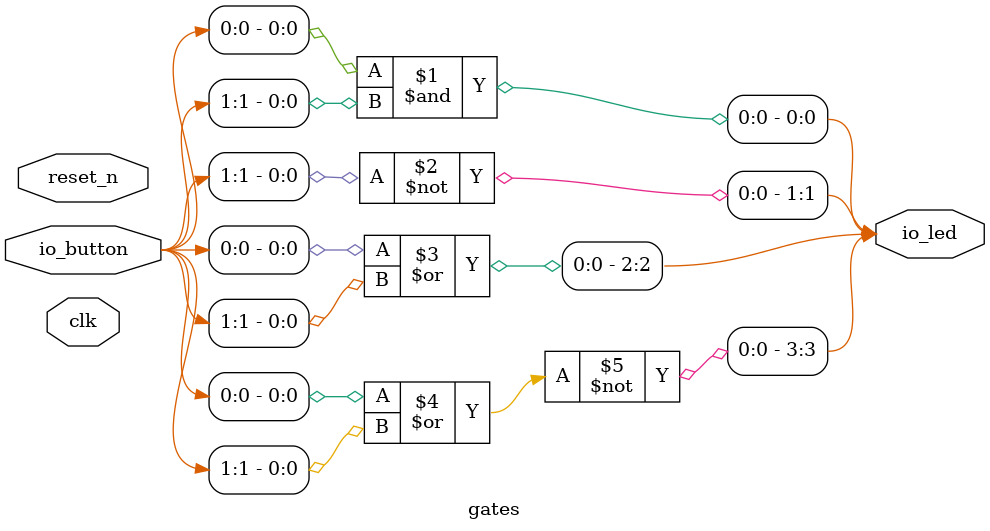
<source format=v>
module gates (
  input clk,
  input reset_n,
  input [0:4] io_button, 
  output [23:0] io_led
);

// AND gate 
assign io_led[0] = io_button[0] & io_button[1]; 
// NOT gate 
assign io_led[1] = ~io_button[1];
// OR gate 
assign io_led[2] = io_button[0] | io_button[1]; 
// NOR gate 
assign io_led[3] = ~(io_button[0] | io_button[1]); 

endmodule

</source>
